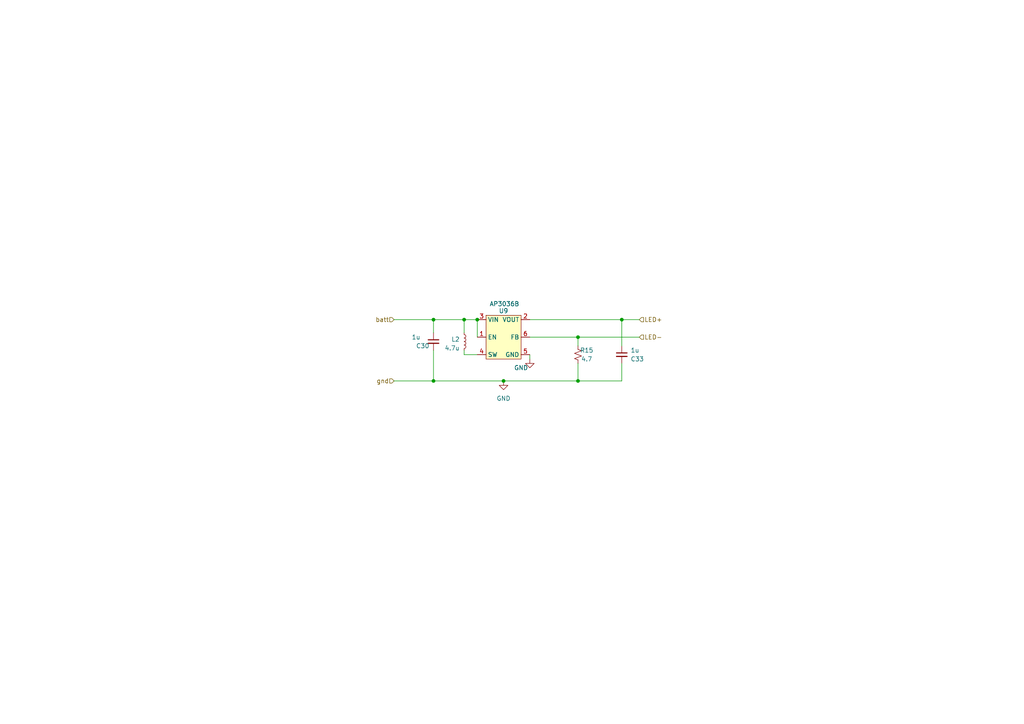
<source format=kicad_sch>
(kicad_sch
	(version 20231120)
	(generator "eeschema")
	(generator_version "8.0")
	(uuid "4a2a9171-aa19-4689-87dd-ac63ba71c65b")
	(paper "A4")
	(lib_symbols
		(symbol "0_kicad_custom_symbols:AP3036"
			(exclude_from_sim no)
			(in_bom yes)
			(on_board yes)
			(property "Reference" "U"
				(at 0 7.62 0)
				(effects
					(font
						(size 1.27 1.27)
					)
				)
			)
			(property "Value" ""
				(at 0 3.81 0)
				(effects
					(font
						(size 1.27 1.27)
					)
				)
			)
			(property "Footprint" ""
				(at 0 3.81 0)
				(effects
					(font
						(size 1.27 1.27)
					)
					(hide yes)
				)
			)
			(property "Datasheet" ""
				(at 0 3.81 0)
				(effects
					(font
						(size 1.27 1.27)
					)
					(hide yes)
				)
			)
			(property "Description" ""
				(at 0 0 0)
				(effects
					(font
						(size 1.27 1.27)
					)
					(hide yes)
				)
			)
			(symbol "AP3036_0_0"
				(pin unspecified line
					(at -7.62 0 0)
					(length 2.54)
					(name "EN"
						(effects
							(font
								(size 1.27 1.27)
							)
						)
					)
					(number "1"
						(effects
							(font
								(size 1.27 1.27)
							)
						)
					)
				)
				(pin unspecified line
					(at 7.62 5.08 180)
					(length 2.54)
					(name "VOUT"
						(effects
							(font
								(size 1.27 1.27)
							)
						)
					)
					(number "2"
						(effects
							(font
								(size 1.27 1.27)
							)
						)
					)
				)
				(pin unspecified line
					(at -7.62 5.08 0)
					(length 2.54)
					(name "VIN"
						(effects
							(font
								(size 1.27 1.27)
							)
						)
					)
					(number "3"
						(effects
							(font
								(size 1.27 1.27)
							)
						)
					)
				)
				(pin unspecified line
					(at -7.62 -5.08 0)
					(length 2.54)
					(name "SW"
						(effects
							(font
								(size 1.27 1.27)
							)
						)
					)
					(number "4"
						(effects
							(font
								(size 1.27 1.27)
							)
						)
					)
				)
				(pin unspecified line
					(at 7.62 -5.08 180)
					(length 2.54)
					(name "GND"
						(effects
							(font
								(size 1.27 1.27)
							)
						)
					)
					(number "5"
						(effects
							(font
								(size 1.27 1.27)
							)
						)
					)
				)
				(pin unspecified line
					(at 7.62 0 180)
					(length 2.54)
					(name "FB"
						(effects
							(font
								(size 1.27 1.27)
							)
						)
					)
					(number "6"
						(effects
							(font
								(size 1.27 1.27)
							)
						)
					)
				)
			)
			(symbol "AP3036_1_1"
				(rectangle
					(start -5.08 6.35)
					(end 5.08 -6.35)
					(stroke
						(width 0)
						(type default)
					)
					(fill
						(type background)
					)
				)
			)
		)
		(symbol "Device:C_Small"
			(pin_numbers hide)
			(pin_names
				(offset 0.254) hide)
			(exclude_from_sim no)
			(in_bom yes)
			(on_board yes)
			(property "Reference" "C"
				(at 0.254 1.778 0)
				(effects
					(font
						(size 1.27 1.27)
					)
					(justify left)
				)
			)
			(property "Value" "C_Small"
				(at 0.254 -2.032 0)
				(effects
					(font
						(size 1.27 1.27)
					)
					(justify left)
				)
			)
			(property "Footprint" ""
				(at 0 0 0)
				(effects
					(font
						(size 1.27 1.27)
					)
					(hide yes)
				)
			)
			(property "Datasheet" "~"
				(at 0 0 0)
				(effects
					(font
						(size 1.27 1.27)
					)
					(hide yes)
				)
			)
			(property "Description" "Unpolarized capacitor, small symbol"
				(at 0 0 0)
				(effects
					(font
						(size 1.27 1.27)
					)
					(hide yes)
				)
			)
			(property "ki_keywords" "capacitor cap"
				(at 0 0 0)
				(effects
					(font
						(size 1.27 1.27)
					)
					(hide yes)
				)
			)
			(property "ki_fp_filters" "C_*"
				(at 0 0 0)
				(effects
					(font
						(size 1.27 1.27)
					)
					(hide yes)
				)
			)
			(symbol "C_Small_0_1"
				(polyline
					(pts
						(xy -1.524 -0.508) (xy 1.524 -0.508)
					)
					(stroke
						(width 0.3302)
						(type default)
					)
					(fill
						(type none)
					)
				)
				(polyline
					(pts
						(xy -1.524 0.508) (xy 1.524 0.508)
					)
					(stroke
						(width 0.3048)
						(type default)
					)
					(fill
						(type none)
					)
				)
			)
			(symbol "C_Small_1_1"
				(pin passive line
					(at 0 2.54 270)
					(length 2.032)
					(name "~"
						(effects
							(font
								(size 1.27 1.27)
							)
						)
					)
					(number "1"
						(effects
							(font
								(size 1.27 1.27)
							)
						)
					)
				)
				(pin passive line
					(at 0 -2.54 90)
					(length 2.032)
					(name "~"
						(effects
							(font
								(size 1.27 1.27)
							)
						)
					)
					(number "2"
						(effects
							(font
								(size 1.27 1.27)
							)
						)
					)
				)
			)
		)
		(symbol "Device:L_Small"
			(pin_numbers hide)
			(pin_names
				(offset 0.254) hide)
			(exclude_from_sim no)
			(in_bom yes)
			(on_board yes)
			(property "Reference" "L"
				(at 0.762 1.016 0)
				(effects
					(font
						(size 1.27 1.27)
					)
					(justify left)
				)
			)
			(property "Value" "L_Small"
				(at 0.762 -1.016 0)
				(effects
					(font
						(size 1.27 1.27)
					)
					(justify left)
				)
			)
			(property "Footprint" ""
				(at 0 0 0)
				(effects
					(font
						(size 1.27 1.27)
					)
					(hide yes)
				)
			)
			(property "Datasheet" "~"
				(at 0 0 0)
				(effects
					(font
						(size 1.27 1.27)
					)
					(hide yes)
				)
			)
			(property "Description" "Inductor, small symbol"
				(at 0 0 0)
				(effects
					(font
						(size 1.27 1.27)
					)
					(hide yes)
				)
			)
			(property "ki_keywords" "inductor choke coil reactor magnetic"
				(at 0 0 0)
				(effects
					(font
						(size 1.27 1.27)
					)
					(hide yes)
				)
			)
			(property "ki_fp_filters" "Choke_* *Coil* Inductor_* L_*"
				(at 0 0 0)
				(effects
					(font
						(size 1.27 1.27)
					)
					(hide yes)
				)
			)
			(symbol "L_Small_0_1"
				(arc
					(start 0 -2.032)
					(mid 0.5058 -1.524)
					(end 0 -1.016)
					(stroke
						(width 0)
						(type default)
					)
					(fill
						(type none)
					)
				)
				(arc
					(start 0 -1.016)
					(mid 0.5058 -0.508)
					(end 0 0)
					(stroke
						(width 0)
						(type default)
					)
					(fill
						(type none)
					)
				)
				(arc
					(start 0 0)
					(mid 0.5058 0.508)
					(end 0 1.016)
					(stroke
						(width 0)
						(type default)
					)
					(fill
						(type none)
					)
				)
				(arc
					(start 0 1.016)
					(mid 0.5058 1.524)
					(end 0 2.032)
					(stroke
						(width 0)
						(type default)
					)
					(fill
						(type none)
					)
				)
			)
			(symbol "L_Small_1_1"
				(pin passive line
					(at 0 2.54 270)
					(length 0.508)
					(name "~"
						(effects
							(font
								(size 1.27 1.27)
							)
						)
					)
					(number "1"
						(effects
							(font
								(size 1.27 1.27)
							)
						)
					)
				)
				(pin passive line
					(at 0 -2.54 90)
					(length 0.508)
					(name "~"
						(effects
							(font
								(size 1.27 1.27)
							)
						)
					)
					(number "2"
						(effects
							(font
								(size 1.27 1.27)
							)
						)
					)
				)
			)
		)
		(symbol "Device:R_Small_US"
			(pin_numbers hide)
			(pin_names
				(offset 0.254) hide)
			(exclude_from_sim no)
			(in_bom yes)
			(on_board yes)
			(property "Reference" "R"
				(at 0.762 0.508 0)
				(effects
					(font
						(size 1.27 1.27)
					)
					(justify left)
				)
			)
			(property "Value" "R_Small_US"
				(at 0.762 -1.016 0)
				(effects
					(font
						(size 1.27 1.27)
					)
					(justify left)
				)
			)
			(property "Footprint" ""
				(at 0 0 0)
				(effects
					(font
						(size 1.27 1.27)
					)
					(hide yes)
				)
			)
			(property "Datasheet" "~"
				(at 0 0 0)
				(effects
					(font
						(size 1.27 1.27)
					)
					(hide yes)
				)
			)
			(property "Description" "Resistor, small US symbol"
				(at 0 0 0)
				(effects
					(font
						(size 1.27 1.27)
					)
					(hide yes)
				)
			)
			(property "ki_keywords" "r resistor"
				(at 0 0 0)
				(effects
					(font
						(size 1.27 1.27)
					)
					(hide yes)
				)
			)
			(property "ki_fp_filters" "R_*"
				(at 0 0 0)
				(effects
					(font
						(size 1.27 1.27)
					)
					(hide yes)
				)
			)
			(symbol "R_Small_US_1_1"
				(polyline
					(pts
						(xy 0 0) (xy 1.016 -0.381) (xy 0 -0.762) (xy -1.016 -1.143) (xy 0 -1.524)
					)
					(stroke
						(width 0)
						(type default)
					)
					(fill
						(type none)
					)
				)
				(polyline
					(pts
						(xy 0 1.524) (xy 1.016 1.143) (xy 0 0.762) (xy -1.016 0.381) (xy 0 0)
					)
					(stroke
						(width 0)
						(type default)
					)
					(fill
						(type none)
					)
				)
				(pin passive line
					(at 0 2.54 270)
					(length 1.016)
					(name "~"
						(effects
							(font
								(size 1.27 1.27)
							)
						)
					)
					(number "1"
						(effects
							(font
								(size 1.27 1.27)
							)
						)
					)
				)
				(pin passive line
					(at 0 -2.54 90)
					(length 1.016)
					(name "~"
						(effects
							(font
								(size 1.27 1.27)
							)
						)
					)
					(number "2"
						(effects
							(font
								(size 1.27 1.27)
							)
						)
					)
				)
			)
		)
		(symbol "power:GND"
			(power)
			(pin_names
				(offset 0)
			)
			(exclude_from_sim no)
			(in_bom yes)
			(on_board yes)
			(property "Reference" "#PWR"
				(at 0 -6.35 0)
				(effects
					(font
						(size 1.27 1.27)
					)
					(hide yes)
				)
			)
			(property "Value" "GND"
				(at 0 -3.81 0)
				(effects
					(font
						(size 1.27 1.27)
					)
				)
			)
			(property "Footprint" ""
				(at 0 0 0)
				(effects
					(font
						(size 1.27 1.27)
					)
					(hide yes)
				)
			)
			(property "Datasheet" ""
				(at 0 0 0)
				(effects
					(font
						(size 1.27 1.27)
					)
					(hide yes)
				)
			)
			(property "Description" "Power symbol creates a global label with name \"GND\" , ground"
				(at 0 0 0)
				(effects
					(font
						(size 1.27 1.27)
					)
					(hide yes)
				)
			)
			(property "ki_keywords" "global power"
				(at 0 0 0)
				(effects
					(font
						(size 1.27 1.27)
					)
					(hide yes)
				)
			)
			(symbol "GND_0_1"
				(polyline
					(pts
						(xy 0 0) (xy 0 -1.27) (xy 1.27 -1.27) (xy 0 -2.54) (xy -1.27 -1.27) (xy 0 -1.27)
					)
					(stroke
						(width 0)
						(type default)
					)
					(fill
						(type none)
					)
				)
			)
			(symbol "GND_1_1"
				(pin power_in line
					(at 0 0 270)
					(length 0) hide
					(name "GND"
						(effects
							(font
								(size 1.27 1.27)
							)
						)
					)
					(number "1"
						(effects
							(font
								(size 1.27 1.27)
							)
						)
					)
				)
			)
		)
	)
	(junction
		(at 138.43 92.71)
		(diameter 0)
		(color 0 0 0 0)
		(uuid "157dcf14-7441-47eb-afbf-8e7a769c6140")
	)
	(junction
		(at 125.73 92.71)
		(diameter 0)
		(color 0 0 0 0)
		(uuid "1694f7ae-0a1e-45aa-a954-6f6b310ecdc8")
	)
	(junction
		(at 167.64 97.79)
		(diameter 0)
		(color 0 0 0 0)
		(uuid "24587bac-a863-4209-be9d-e4367acdf49d")
	)
	(junction
		(at 146.05 110.49)
		(diameter 0)
		(color 0 0 0 0)
		(uuid "4d626bed-2dff-4b71-85e3-e85b658d8fb1")
	)
	(junction
		(at 180.34 92.71)
		(diameter 0)
		(color 0 0 0 0)
		(uuid "58c98622-3d5e-4763-9240-50f3572a6ac5")
	)
	(junction
		(at 167.64 110.49)
		(diameter 0)
		(color 0 0 0 0)
		(uuid "a345bbb9-367f-499e-8011-e59ee1c5f9b7")
	)
	(junction
		(at 125.73 110.49)
		(diameter 0)
		(color 0 0 0 0)
		(uuid "b0cb6a6b-456c-401c-b250-f78cbf6c372a")
	)
	(junction
		(at 134.62 92.71)
		(diameter 0)
		(color 0 0 0 0)
		(uuid "e980e8ef-8c8c-440e-bad8-470d6a07364f")
	)
	(wire
		(pts
			(xy 134.62 92.71) (xy 138.43 92.71)
		)
		(stroke
			(width 0)
			(type default)
		)
		(uuid "0925f05b-563b-4d9d-91c8-d0ba63de0e46")
	)
	(wire
		(pts
			(xy 125.73 101.6) (xy 125.73 110.49)
		)
		(stroke
			(width 0)
			(type default)
		)
		(uuid "1c3ea09a-7ebc-41d5-8050-39b9e2ffca6a")
	)
	(wire
		(pts
			(xy 180.34 92.71) (xy 185.42 92.71)
		)
		(stroke
			(width 0)
			(type default)
		)
		(uuid "265850cc-1308-4c76-8141-69a21a2306e7")
	)
	(wire
		(pts
			(xy 134.62 101.6) (xy 134.62 102.87)
		)
		(stroke
			(width 0)
			(type default)
		)
		(uuid "4068940a-ffc6-42b3-8b29-0fdcb237831c")
	)
	(wire
		(pts
			(xy 125.73 92.71) (xy 125.73 96.52)
		)
		(stroke
			(width 0)
			(type default)
		)
		(uuid "4e52a228-9e0c-4fd2-b3fc-8edb9720c55f")
	)
	(wire
		(pts
			(xy 134.62 92.71) (xy 134.62 96.52)
		)
		(stroke
			(width 0)
			(type default)
		)
		(uuid "57e1a0a5-cf13-42eb-ba6d-cff2a04e1113")
	)
	(wire
		(pts
			(xy 167.64 97.79) (xy 167.64 100.33)
		)
		(stroke
			(width 0)
			(type default)
		)
		(uuid "5bf31d00-9918-4837-bd42-16776ae699dd")
	)
	(wire
		(pts
			(xy 114.3 92.71) (xy 125.73 92.71)
		)
		(stroke
			(width 0)
			(type default)
		)
		(uuid "6107e957-40b9-4f71-b992-b82f7956b6da")
	)
	(wire
		(pts
			(xy 153.67 97.79) (xy 167.64 97.79)
		)
		(stroke
			(width 0)
			(type default)
		)
		(uuid "727eb0ec-5c0f-4e56-a49d-a69b384e76d2")
	)
	(wire
		(pts
			(xy 180.34 100.33) (xy 180.34 92.71)
		)
		(stroke
			(width 0)
			(type default)
		)
		(uuid "791c06bb-fabf-4156-8e6c-1b457b06f226")
	)
	(wire
		(pts
			(xy 153.67 92.71) (xy 180.34 92.71)
		)
		(stroke
			(width 0)
			(type default)
		)
		(uuid "a657d04c-2a96-4292-ba04-cda2ee40c9b5")
	)
	(wire
		(pts
			(xy 153.67 102.87) (xy 153.67 104.14)
		)
		(stroke
			(width 0)
			(type default)
		)
		(uuid "a988ae54-90a0-4765-aabd-2852676a2727")
	)
	(wire
		(pts
			(xy 134.62 102.87) (xy 138.43 102.87)
		)
		(stroke
			(width 0)
			(type default)
		)
		(uuid "ae333b30-3436-4f4a-9cc2-9333a439f8ec")
	)
	(wire
		(pts
			(xy 138.43 97.79) (xy 138.43 92.71)
		)
		(stroke
			(width 0)
			(type default)
		)
		(uuid "ae3c5fbd-bb8b-4b01-951e-0f7fa83ed67b")
	)
	(wire
		(pts
			(xy 180.34 105.41) (xy 180.34 110.49)
		)
		(stroke
			(width 0)
			(type default)
		)
		(uuid "c9ab76fd-d94e-4793-828d-5802f7681bd8")
	)
	(wire
		(pts
			(xy 180.34 110.49) (xy 167.64 110.49)
		)
		(stroke
			(width 0)
			(type default)
		)
		(uuid "cedec5c1-e68c-4379-b514-a71a408465b6")
	)
	(wire
		(pts
			(xy 167.64 105.41) (xy 167.64 110.49)
		)
		(stroke
			(width 0)
			(type default)
		)
		(uuid "d7ce34d7-c21c-44c6-a895-5b36164bc5c4")
	)
	(wire
		(pts
			(xy 114.3 110.49) (xy 125.73 110.49)
		)
		(stroke
			(width 0)
			(type default)
		)
		(uuid "db368f32-8e62-448c-9af8-becd86b7f8a5")
	)
	(wire
		(pts
			(xy 146.05 110.49) (xy 167.64 110.49)
		)
		(stroke
			(width 0)
			(type default)
		)
		(uuid "e563deda-06a6-4f0c-9f0d-33ad008e7b64")
	)
	(wire
		(pts
			(xy 167.64 97.79) (xy 185.42 97.79)
		)
		(stroke
			(width 0)
			(type default)
		)
		(uuid "f234144e-ae71-44df-84d4-cf06d0def84a")
	)
	(wire
		(pts
			(xy 125.73 92.71) (xy 134.62 92.71)
		)
		(stroke
			(width 0)
			(type default)
		)
		(uuid "f8805097-b6ec-4b90-9db5-35acbf98014e")
	)
	(wire
		(pts
			(xy 146.05 110.49) (xy 125.73 110.49)
		)
		(stroke
			(width 0)
			(type default)
		)
		(uuid "fab59d59-6504-4ebd-a541-954d283177c9")
	)
	(hierarchical_label "batt"
		(shape input)
		(at 114.3 92.71 180)
		(fields_autoplaced yes)
		(effects
			(font
				(size 1.27 1.27)
			)
			(justify right)
		)
		(uuid "0f7207bd-e742-43a6-8167-ade30704dc9b")
	)
	(hierarchical_label "LED+"
		(shape input)
		(at 185.42 92.71 0)
		(fields_autoplaced yes)
		(effects
			(font
				(size 1.27 1.27)
			)
			(justify left)
		)
		(uuid "4c0f9989-e251-4f98-84df-a2df2e4c2bdc")
	)
	(hierarchical_label "gnd"
		(shape input)
		(at 114.3 110.49 180)
		(fields_autoplaced yes)
		(effects
			(font
				(size 1.27 1.27)
			)
			(justify right)
		)
		(uuid "e0b3cc92-498a-4496-98f8-1b6fd2cd46bc")
	)
	(hierarchical_label "LED-"
		(shape input)
		(at 185.42 97.79 0)
		(fields_autoplaced yes)
		(effects
			(font
				(size 1.27 1.27)
			)
			(justify left)
		)
		(uuid "e9616b12-7bc1-471f-9c8a-76e4f6886490")
	)
	(symbol
		(lib_id "power:GND")
		(at 153.67 104.14 0)
		(unit 1)
		(exclude_from_sim no)
		(in_bom yes)
		(on_board yes)
		(dnp no)
		(uuid "04ab333b-33ee-4cf6-9b03-a41f2984461d")
		(property "Reference" "#PWR02"
			(at 153.67 110.49 0)
			(effects
				(font
					(size 1.27 1.27)
				)
				(hide yes)
			)
		)
		(property "Value" "GND"
			(at 151.13 106.68 0)
			(effects
				(font
					(size 1.27 1.27)
				)
			)
		)
		(property "Footprint" ""
			(at 153.67 104.14 0)
			(effects
				(font
					(size 1.27 1.27)
				)
				(hide yes)
			)
		)
		(property "Datasheet" ""
			(at 153.67 104.14 0)
			(effects
				(font
					(size 1.27 1.27)
				)
				(hide yes)
			)
		)
		(property "Description" ""
			(at 153.67 104.14 0)
			(effects
				(font
					(size 1.27 1.27)
				)
				(hide yes)
			)
		)
		(pin "1"
			(uuid "3394c6d7-7dfe-44fd-85ba-f2ce2e6a9702")
		)
		(instances
			(project "controller test board"
				(path "/e63e39d7-6ac0-4ffd-8aa3-1841a4541b55/ba4ecc41-26f0-48b3-89ea-86e78835d970"
					(reference "#PWR02")
					(unit 1)
				)
			)
		)
	)
	(symbol
		(lib_id "Device:C_Small")
		(at 125.73 99.06 0)
		(unit 1)
		(exclude_from_sim no)
		(in_bom yes)
		(on_board yes)
		(dnp no)
		(uuid "1362ae69-3f4a-4bea-937b-abe94f1c3ec6")
		(property "Reference" "C30"
			(at 120.65 100.33 0)
			(effects
				(font
					(size 1.27 1.27)
				)
				(justify left)
			)
		)
		(property "Value" "1u"
			(at 119.38 97.79 0)
			(effects
				(font
					(size 1.27 1.27)
				)
				(justify left)
			)
		)
		(property "Footprint" "Capacitor_SMD:C_0402_1005Metric"
			(at 125.73 99.06 0)
			(effects
				(font
					(size 1.27 1.27)
				)
				(hide yes)
			)
		)
		(property "Datasheet" "~"
			(at 125.73 99.06 0)
			(effects
				(font
					(size 1.27 1.27)
				)
				(hide yes)
			)
		)
		(property "Description" ""
			(at 125.73 99.06 0)
			(effects
				(font
					(size 1.27 1.27)
				)
				(hide yes)
			)
		)
		(pin "1"
			(uuid "873bfbe6-5315-42a3-a3cc-4deccdfdfc1c")
		)
		(pin "2"
			(uuid "505488a8-b951-44e1-84ee-714a3508272a")
		)
		(instances
			(project "controller test board"
				(path "/e63e39d7-6ac0-4ffd-8aa3-1841a4541b55/ba4ecc41-26f0-48b3-89ea-86e78835d970"
					(reference "C30")
					(unit 1)
				)
			)
		)
	)
	(symbol
		(lib_id "0_kicad_custom_symbols:AP3036")
		(at 146.05 97.79 0)
		(unit 1)
		(exclude_from_sim no)
		(in_bom yes)
		(on_board yes)
		(dnp no)
		(uuid "3d011cf5-7582-4f31-9f01-2e8b3fffcb9f")
		(property "Reference" "U9"
			(at 146.05 90.17 0)
			(effects
				(font
					(size 1.27 1.27)
				)
			)
		)
		(property "Value" "AP3036B"
			(at 146.304 88.138 0)
			(effects
				(font
					(size 1.27 1.27)
				)
			)
		)
		(property "Footprint" "Package_TO_SOT_SMD:SOT-23-6_Handsoldering"
			(at 146.05 93.98 0)
			(effects
				(font
					(size 1.27 1.27)
				)
				(hide yes)
			)
		)
		(property "Datasheet" ""
			(at 146.05 93.98 0)
			(effects
				(font
					(size 1.27 1.27)
				)
				(hide yes)
			)
		)
		(property "Description" ""
			(at 146.05 97.79 0)
			(effects
				(font
					(size 1.27 1.27)
				)
				(hide yes)
			)
		)
		(pin "1"
			(uuid "61460ab7-7cd3-401b-84c3-f57bf7dec675")
		)
		(pin "2"
			(uuid "add5df79-421b-488e-bb11-401ae7512b3e")
		)
		(pin "3"
			(uuid "40a4bc95-5c66-44bc-88b0-294eeb7ccce3")
		)
		(pin "4"
			(uuid "b49492af-7be3-4fe3-8d25-9fcccef90388")
		)
		(pin "5"
			(uuid "f2d151fd-8471-4448-8f86-4c09181d477d")
		)
		(pin "6"
			(uuid "5718c0b5-da6c-45c7-8ae0-5462f95737d3")
		)
		(instances
			(project "controller test board"
				(path "/e63e39d7-6ac0-4ffd-8aa3-1841a4541b55/ba4ecc41-26f0-48b3-89ea-86e78835d970"
					(reference "U9")
					(unit 1)
				)
			)
		)
	)
	(symbol
		(lib_id "Device:C_Small")
		(at 180.34 102.87 0)
		(unit 1)
		(exclude_from_sim no)
		(in_bom yes)
		(on_board yes)
		(dnp no)
		(uuid "75d81985-9b5e-4c3e-8426-03e75d7a5a90")
		(property "Reference" "C33"
			(at 182.88 104.14 0)
			(effects
				(font
					(size 1.27 1.27)
				)
				(justify left)
			)
		)
		(property "Value" "1u"
			(at 182.88 101.6 0)
			(effects
				(font
					(size 1.27 1.27)
				)
				(justify left)
			)
		)
		(property "Footprint" "Capacitor_SMD:C_0402_1005Metric"
			(at 180.34 102.87 0)
			(effects
				(font
					(size 1.27 1.27)
				)
				(hide yes)
			)
		)
		(property "Datasheet" "~"
			(at 180.34 102.87 0)
			(effects
				(font
					(size 1.27 1.27)
				)
				(hide yes)
			)
		)
		(property "Description" ""
			(at 180.34 102.87 0)
			(effects
				(font
					(size 1.27 1.27)
				)
				(hide yes)
			)
		)
		(pin "1"
			(uuid "1810c832-5b2d-4b82-b28b-77ae4d0d0afd")
		)
		(pin "2"
			(uuid "3208969e-7726-4859-abd1-50b573c78305")
		)
		(instances
			(project "controller test board"
				(path "/e63e39d7-6ac0-4ffd-8aa3-1841a4541b55/ba4ecc41-26f0-48b3-89ea-86e78835d970"
					(reference "C33")
					(unit 1)
				)
			)
		)
	)
	(symbol
		(lib_id "power:GND")
		(at 146.05 110.49 0)
		(unit 1)
		(exclude_from_sim no)
		(in_bom yes)
		(on_board yes)
		(dnp no)
		(fields_autoplaced yes)
		(uuid "cdb8d97b-8ad8-43b2-8f4b-d4548923800c")
		(property "Reference" "#PWR01"
			(at 146.05 116.84 0)
			(effects
				(font
					(size 1.27 1.27)
				)
				(hide yes)
			)
		)
		(property "Value" "GND"
			(at 146.05 115.57 0)
			(effects
				(font
					(size 1.27 1.27)
				)
			)
		)
		(property "Footprint" ""
			(at 146.05 110.49 0)
			(effects
				(font
					(size 1.27 1.27)
				)
				(hide yes)
			)
		)
		(property "Datasheet" ""
			(at 146.05 110.49 0)
			(effects
				(font
					(size 1.27 1.27)
				)
				(hide yes)
			)
		)
		(property "Description" ""
			(at 146.05 110.49 0)
			(effects
				(font
					(size 1.27 1.27)
				)
				(hide yes)
			)
		)
		(pin "1"
			(uuid "f073879a-750b-4114-ae4d-9e283b1413ab")
		)
		(instances
			(project "controller test board"
				(path "/e63e39d7-6ac0-4ffd-8aa3-1841a4541b55/ba4ecc41-26f0-48b3-89ea-86e78835d970"
					(reference "#PWR01")
					(unit 1)
				)
			)
		)
	)
	(symbol
		(lib_id "Device:R_Small_US")
		(at 167.64 102.87 180)
		(unit 1)
		(exclude_from_sim no)
		(in_bom yes)
		(on_board yes)
		(dnp no)
		(uuid "f4322633-59d2-4631-83b8-14c20e6a1d91")
		(property "Reference" "R15"
			(at 170.18 101.6 0)
			(effects
				(font
					(size 1.27 1.27)
				)
			)
		)
		(property "Value" "4.7"
			(at 170.18 104.14 0)
			(effects
				(font
					(size 1.27 1.27)
				)
			)
		)
		(property "Footprint" "Resistor_SMD:R_0402_1005Metric"
			(at 167.64 102.87 0)
			(effects
				(font
					(size 1.27 1.27)
				)
				(hide yes)
			)
		)
		(property "Datasheet" "~"
			(at 167.64 102.87 0)
			(effects
				(font
					(size 1.27 1.27)
				)
				(hide yes)
			)
		)
		(property "Description" ""
			(at 167.64 102.87 0)
			(effects
				(font
					(size 1.27 1.27)
				)
				(hide yes)
			)
		)
		(pin "1"
			(uuid "18437455-a42d-4bf0-b633-1bcfede5095e")
		)
		(pin "2"
			(uuid "70a3c7d3-1377-41be-8261-ebc3476b3c50")
		)
		(instances
			(project "controller test board"
				(path "/e63e39d7-6ac0-4ffd-8aa3-1841a4541b55/ba4ecc41-26f0-48b3-89ea-86e78835d970"
					(reference "R15")
					(unit 1)
				)
			)
		)
	)
	(symbol
		(lib_id "Device:L_Small")
		(at 134.62 99.06 0)
		(mirror x)
		(unit 1)
		(exclude_from_sim no)
		(in_bom yes)
		(on_board yes)
		(dnp no)
		(uuid "fcd76cbe-df24-4f0f-b1a1-05ecdb105d49")
		(property "Reference" "L2"
			(at 133.35 98.425 0)
			(effects
				(font
					(size 1.27 1.27)
				)
				(justify right)
			)
		)
		(property "Value" "4.7u"
			(at 133.35 100.965 0)
			(effects
				(font
					(size 1.27 1.27)
				)
				(justify right)
			)
		)
		(property "Footprint" "Inductor_SMD:L_0805_2012Metric_Pad1.05x1.20mm_HandSolder"
			(at 134.62 99.06 0)
			(effects
				(font
					(size 1.27 1.27)
				)
				(hide yes)
			)
		)
		(property "Datasheet" "~"
			(at 134.62 99.06 0)
			(effects
				(font
					(size 1.27 1.27)
				)
				(hide yes)
			)
		)
		(property "Description" ""
			(at 134.62 99.06 0)
			(effects
				(font
					(size 1.27 1.27)
				)
				(hide yes)
			)
		)
		(pin "1"
			(uuid "1a2562de-5f4a-4c1e-9988-67e69cf1dcd3")
		)
		(pin "2"
			(uuid "f7111a98-7468-434b-8feb-9b263486507d")
		)
		(instances
			(project "controller test board"
				(path "/e63e39d7-6ac0-4ffd-8aa3-1841a4541b55/ba4ecc41-26f0-48b3-89ea-86e78835d970"
					(reference "L2")
					(unit 1)
				)
			)
		)
	)
)

</source>
